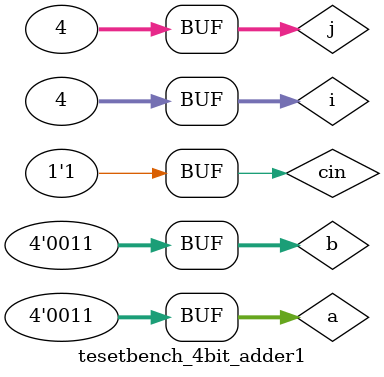
<source format=v>
module tesetbench_4bit_adder1();

reg [3:0] a;
reg [3:0] b;
reg cin;
wire [3:0] sum;
wire cout;


integer i,j;

parameter LOOP_LIMIT = 4;

ripple_adder_4bit_dataflow M1(.a(a), .b(b), .carry_in(cin), .sum(sum), .carry_out(cout));

always @(*) begin

    $display("a=%0d, b=%0d, carry_in=%0b, sum=%0d, carry_out=%b", a,b, cin,sum,cout);

end

initial begin
    for (i = 0 ;i<LOOP_LIMIT ;i=i+1 ) begin
        for (j = 0;j<LOOP_LIMIT ;j=j+1 ) begin
            #1 a = i; b = j; cin = i%2;
        end
        
    end
end
    
endmodule 

</source>
